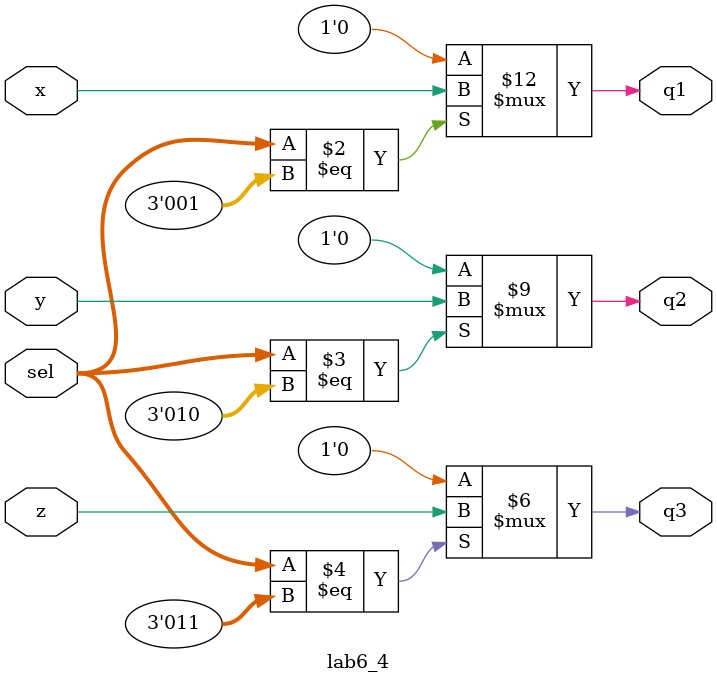
<source format=sv>
module lab6_4 (sel, x, y, z, q1, q2, q3);
input [2:0] sel;
input x, y, z;
output reg q1, q2, q3;

always @* begin
q1 = 1'b0;
q2 = 1'b0;
q3 = 1'b0;

if (sel == 3'h1) q1 = x;
if (sel == 3'h2) q2 = y;
if (sel == 3'h3) q3 = z;
	
end
endmodule

</source>
